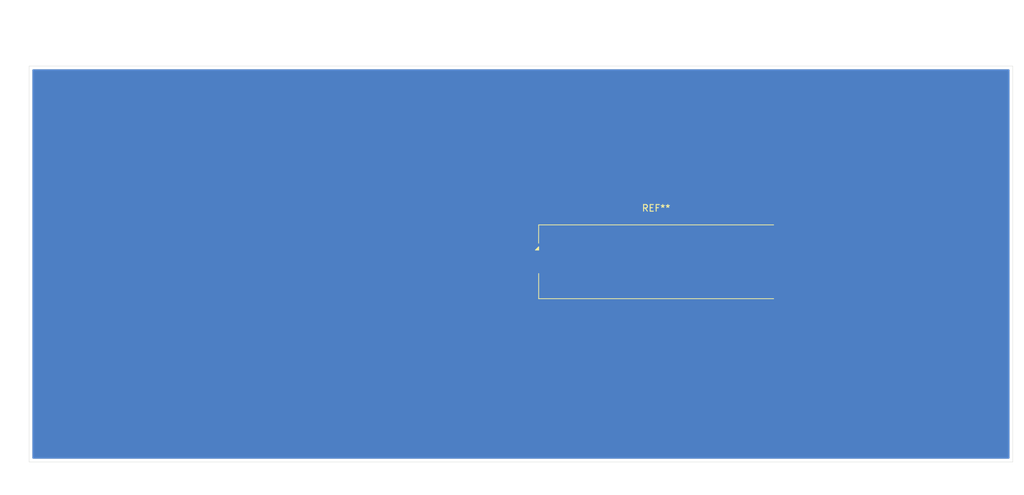
<source format=kicad_pcb>
(kicad_pcb (version 20240108) (generator "pcbnew") (generator_version "8.0")
  (title_block (date "2025-04-07") (rev "v1.0"))
  (layers (0 "F.Cu" signal) (31 "B.Cu" signal) (34 "B.Paste" user) (35 "F.Paste" user) (36 "B.SilkS" user "B.Silkscreen") (37 "F.SilkS" user "F.Silkscreen") (38 "B.Mask" user) (39 "F.Mask" user) (44 "Edge.Cuts" user))
  (net 0 "")
  (footprint "RF_Mini-Circuits:Mini-Circuits_HQ1157" (layer "F.Cu") (at 144.316 99.66464 90)
    (property "Reference" "REF**" (at 8.128 0 0) (layer "F.SilkS"))
    (property "Value" "Mini-Circuits_HQ1157")
    (fp_line (start 2.82 -17.79) (end 5.588 -17.78) (stroke (width 0.12)) (layer "F.SilkS"))
    (fp_line (start 5.588 -17.78) (end 5.588 17.78) (stroke (width 0.12)) (layer "F.SilkS"))
    (fp_line (start -5.588 -17.78) (end -1.778 -17.78) (stroke (width 0.12)) (layer "F.SilkS"))
    (fp_line (start -5.588 -17.78) (end -5.588 17.78) (stroke (width 0.12)) (layer "F.SilkS"))
    (fp_poly (pts (xy 1.778 -17.78) (xy 1.778 -18.28) (xy 2.278 -17.78) (xy 1.778 -17.78)) (stroke (width 0.12)) (fill solid) (layer "F.SilkS"))
    (pad "1" smd rect (at 0 -16.256) (size 3.048 2.54) (layers "F.Cu" "F.Paste" "F.Mask"))
    (pad "2" smd rect (at -3.6195 -9.525 180) (size 2.54 3.048) (layers "F.Cu" "F.Paste" "F.Mask"))
    (pad "3" smd rect (at -3.6195 -5.715 180) (size 2.54 3.048) (layers "F.Cu" "F.Paste" "F.Mask"))
    (pad "4" smd rect (at -3.6195 -1.905 180) (size 2.54 3.048) (layers "F.Cu" "F.Paste" "F.Mask"))
    (pad "5" smd rect (at -3.6195 1.905 180) (size 2.54 3.048) (layers "F.Cu" "F.Paste" "F.Mask"))
    (pad "6" smd rect (at -3.6195 5.715 180) (size 2.54 3.048) (layers "F.Cu" "F.Paste" "F.Mask"))
    (pad "7" smd rect (at -3.6195 9.525 180) (size 2.54 3.048) (layers "F.Cu" "F.Paste" "F.Mask"))
    (pad "8" smd rect (at 0 16.256) (size 3.048 2.54) (layers "F.Cu" "F.Paste" "F.Mask"))
    (pad "9" smd rect (at 3.6195 9.525) (size 2.54 3.048) (layers "F.Cu" "F.Paste" "F.Mask"))
    (pad "10" smd rect (at 3.6195 5.715) (size 2.54 3.048) (layers "F.Cu" "F.Paste" "F.Mask"))
    (pad "11" smd rect (at 3.6195 1.905) (size 2.54 3.048) (layers "F.Cu" "F.Paste" "F.Mask"))
    (pad "12" smd rect (at 3.6195 -1.905) (size 2.54 3.048) (layers "F.Cu" "F.Paste" "F.Mask"))
    (pad "13" smd rect (at 3.6195 -5.715) (size 2.54 3.048) (layers "F.Cu" "F.Paste" "F.Mask"))
    (pad "14" smd rect (at 3.6195 -9.525) (size 2.54 3.048) (layers "F.Cu" "F.Paste" "F.Mask"))
  )
  (gr_poly (pts (xy 50.00668 100.90272) (xy 54.43644 101.52248) (xy 65.0003 101.52248) (xy 85.38888 101.52248) (xy 85.38888 102.29464) (xy 126.53688 102.29464) (xy 126.53688 97.43308) (xy 85.38888 97.43308) (xy 85.38888 98.20524) (xy 65.00538 98.20524) (xy 65.00538 98.2027) (xy 55.00794 98.2027) (xy 50.00668 98.9012)) (fill solid) (layer "F.Cu"))
  (gr_poly (pts (xy 55.00603 94.4) (xy 50.00604 94.4) (xy 50.00604 96.9) (xy 55.00603 96.9)) (fill solid) (layer "F.Cu"))
  (gr_poly (pts (xy 197.71967 102.36798) (xy 192.71968 102.36798) (xy 192.71968 104.86798) (xy 197.71967 104.86798)) (fill solid) (layer "F.Cu"))
  (gr_poly (pts (xy 162.09174 101.33198) (xy 192.10946 101.33198) (xy 192.10946 101.33452) (xy 192.7978 101.33452) (xy 197.51204 100.67412) (xy 197.51204 98.6726) (xy 192.78764 98.0122) (xy 192.10946 98.0122) (xy 192.10946 98.01474) (xy 162.09174 98.01474)) (fill solid) (layer "F.Cu"))
  (gr_poly (pts (xy 197.66379 94.527) (xy 192.6638 94.527) (xy 192.6638 97.027) (xy 197.66379 97.027)) (fill solid) (layer "F.Cu"))
  (gr_poly (pts (xy 55.00603 102.89884) (xy 50.00604 102.89884) (xy 50.00604 105.39884) (xy 55.00603 105.39884)) (fill solid) (layer "F.Cu"))
  (gr_rect (start 49.4 70) (end 198.3 130) (stroke (width 0.05)) (fill none) (layer "Edge.Cuts"))
  (zone (net 0) (net_name "") (layer "B.Cu") (name "SMDFILTER_GND_FILL") (connect_pads (clearance 0.5)) (min_thickness 0.25) (fill yes (thermal_gap 0.5) (thermal_bridge_width 0.5) (island_removal_mode 1) (island_area_min 10))
    (polygon (pts (xy 45 60) (xy 200 60) (xy 200 135) (xy 45 135)))
  )
)
</source>
